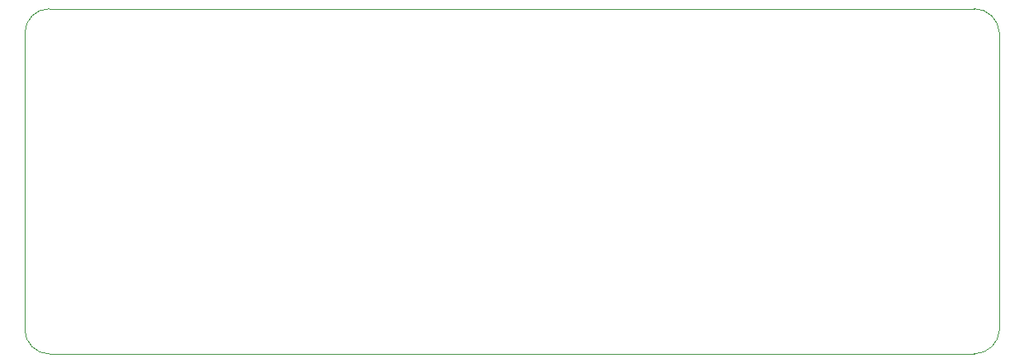
<source format=gbr>
%TF.GenerationSoftware,KiCad,Pcbnew,8.0.7-8.0.7-0~ubuntu24.04.1*%
%TF.CreationDate,2025-01-05T15:57:20-05:00*%
%TF.ProjectId,3xHDMI,33784844-4d49-42e6-9b69-6361645f7063,v1*%
%TF.SameCoordinates,Original*%
%TF.FileFunction,Profile,NP*%
%FSLAX46Y46*%
G04 Gerber Fmt 4.6, Leading zero omitted, Abs format (unit mm)*
G04 Created by KiCad (PCBNEW 8.0.7-8.0.7-0~ubuntu24.04.1) date 2025-01-05 15:57:20*
%MOMM*%
%LPD*%
G01*
G04 APERTURE LIST*
%TA.AperFunction,Profile*%
%ADD10C,0.100000*%
%TD*%
G04 APERTURE END LIST*
D10*
X100006260Y-33003131D02*
X100000000Y-2500000D01*
X97400000Y-35500000D02*
X2499673Y-35500000D01*
X100006260Y-33003131D02*
G75*
G02*
X97400000Y-35499938I-2596660J101831D01*
G01*
X2499673Y-35500000D02*
G75*
G02*
X-299Y-32998218I27J2500000D01*
G01*
X759Y-2496804D02*
G75*
G02*
X2500759Y3241I2500041J4D01*
G01*
X-327Y-32998218D02*
X759Y-2496804D01*
X97400000Y0D02*
G75*
G02*
X100000000Y-2500000I0J-2602000D01*
G01*
X2500759Y3196D02*
X97400000Y0D01*
M02*

</source>
